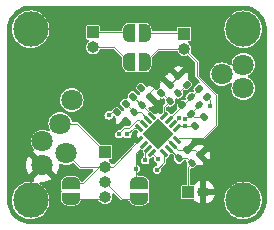
<source format=gbr>
%TF.GenerationSoftware,KiCad,Pcbnew,7.0.2-6a45011f42~172~ubuntu22.04.1*%
%TF.CreationDate,2023-05-25T16:12:51+01:00*%
%TF.ProjectId,module_stspin250,6d6f6475-6c65-45f7-9374-7370696e3235,rev?*%
%TF.SameCoordinates,Original*%
%TF.FileFunction,Copper,L1,Top*%
%TF.FilePolarity,Positive*%
%FSLAX46Y46*%
G04 Gerber Fmt 4.6, Leading zero omitted, Abs format (unit mm)*
G04 Created by KiCad (PCBNEW 7.0.2-6a45011f42~172~ubuntu22.04.1) date 2023-05-25 16:12:51*
%MOMM*%
%LPD*%
G01*
G04 APERTURE LIST*
G04 Aperture macros list*
%AMRoundRect*
0 Rectangle with rounded corners*
0 $1 Rounding radius*
0 $2 $3 $4 $5 $6 $7 $8 $9 X,Y pos of 4 corners*
0 Add a 4 corners polygon primitive as box body*
4,1,4,$2,$3,$4,$5,$6,$7,$8,$9,$2,$3,0*
0 Add four circle primitives for the rounded corners*
1,1,$1+$1,$2,$3*
1,1,$1+$1,$4,$5*
1,1,$1+$1,$6,$7*
1,1,$1+$1,$8,$9*
0 Add four rect primitives between the rounded corners*
20,1,$1+$1,$2,$3,$4,$5,0*
20,1,$1+$1,$4,$5,$6,$7,0*
20,1,$1+$1,$6,$7,$8,$9,0*
20,1,$1+$1,$8,$9,$2,$3,0*%
%AMRotRect*
0 Rectangle, with rotation*
0 The origin of the aperture is its center*
0 $1 length*
0 $2 width*
0 $3 Rotation angle, in degrees counterclockwise*
0 Add horizontal line*
21,1,$1,$2,0,0,$3*%
%AMFreePoly0*
4,1,19,0.500000,-0.750000,0.000000,-0.750000,0.000000,-0.744911,-0.071157,-0.744911,-0.207708,-0.704816,-0.327430,-0.627875,-0.420627,-0.520320,-0.479746,-0.390866,-0.500000,-0.250000,-0.500000,0.250000,-0.479746,0.390866,-0.420627,0.520320,-0.327430,0.627875,-0.207708,0.704816,-0.071157,0.744911,0.000000,0.744911,0.000000,0.750000,0.500000,0.750000,0.500000,-0.750000,0.500000,-0.750000,
$1*%
%AMFreePoly1*
4,1,19,0.000000,0.744911,0.071157,0.744911,0.207708,0.704816,0.327430,0.627875,0.420627,0.520320,0.479746,0.390866,0.500000,0.250000,0.500000,-0.250000,0.479746,-0.390866,0.420627,-0.520320,0.327430,-0.627875,0.207708,-0.704816,0.071157,-0.744911,0.000000,-0.744911,0.000000,-0.750000,-0.500000,-0.750000,-0.500000,0.750000,0.000000,0.750000,0.000000,0.744911,0.000000,0.744911,
$1*%
G04 Aperture macros list end*
%TA.AperFunction,ComponentPad*%
%ADD10R,1.000000X1.000000*%
%TD*%
%TA.AperFunction,ComponentPad*%
%ADD11O,1.000000X1.000000*%
%TD*%
%TA.AperFunction,SMDPad,CuDef*%
%ADD12RoundRect,0.135000X0.226274X0.035355X0.035355X0.226274X-0.226274X-0.035355X-0.035355X-0.226274X0*%
%TD*%
%TA.AperFunction,SMDPad,CuDef*%
%ADD13FreePoly0,0.000000*%
%TD*%
%TA.AperFunction,SMDPad,CuDef*%
%ADD14FreePoly1,0.000000*%
%TD*%
%TA.AperFunction,SMDPad,CuDef*%
%ADD15RoundRect,0.135000X0.035355X-0.226274X0.226274X-0.035355X-0.035355X0.226274X-0.226274X0.035355X0*%
%TD*%
%TA.AperFunction,ComponentPad*%
%ADD16C,1.800000*%
%TD*%
%TA.AperFunction,SMDPad,CuDef*%
%ADD17RoundRect,0.140000X-0.021213X0.219203X-0.219203X0.021213X0.021213X-0.219203X0.219203X-0.021213X0*%
%TD*%
%TA.AperFunction,SMDPad,CuDef*%
%ADD18C,1.000000*%
%TD*%
%TA.AperFunction,SMDPad,CuDef*%
%ADD19FreePoly0,270.000000*%
%TD*%
%TA.AperFunction,SMDPad,CuDef*%
%ADD20FreePoly1,270.000000*%
%TD*%
%TA.AperFunction,SMDPad,CuDef*%
%ADD21RoundRect,0.140000X0.021213X-0.219203X0.219203X-0.021213X-0.021213X0.219203X-0.219203X0.021213X0*%
%TD*%
%TA.AperFunction,SMDPad,CuDef*%
%ADD22C,3.000000*%
%TD*%
%TA.AperFunction,SMDPad,CuDef*%
%ADD23RoundRect,0.135000X-0.226274X-0.035355X-0.035355X-0.226274X0.226274X0.035355X0.035355X0.226274X0*%
%TD*%
%TA.AperFunction,SMDPad,CuDef*%
%ADD24RoundRect,0.062500X-0.185616X-0.274004X0.274004X0.185616X0.185616X0.274004X-0.274004X-0.185616X0*%
%TD*%
%TA.AperFunction,SMDPad,CuDef*%
%ADD25RoundRect,0.062500X0.185616X-0.274004X0.274004X-0.185616X-0.185616X0.274004X-0.274004X0.185616X0*%
%TD*%
%TA.AperFunction,SMDPad,CuDef*%
%ADD26RotRect,1.800000X1.800000X45.000000*%
%TD*%
%TA.AperFunction,SMDPad,CuDef*%
%ADD27RoundRect,0.140000X-0.219203X-0.021213X-0.021213X-0.219203X0.219203X0.021213X0.021213X0.219203X0*%
%TD*%
%TA.AperFunction,SMDPad,CuDef*%
%ADD28RoundRect,0.135000X-0.035355X0.226274X-0.226274X0.035355X0.035355X-0.226274X0.226274X-0.035355X0*%
%TD*%
%TA.AperFunction,ViaPad*%
%ADD29C,0.400000*%
%TD*%
%TA.AperFunction,Conductor*%
%ADD30C,0.100000*%
%TD*%
G04 APERTURE END LIST*
D10*
%TO.P,J4,1,Pin_1*%
%TO.N,VCC*%
X15350000Y2700000D03*
D11*
%TO.P,J4,2,Pin_2*%
%TO.N,GND*%
X16620000Y2700000D03*
%TD*%
D12*
%TO.P,R4,1*%
%TO.N,Net-(C1-Pad2)*%
X15202395Y11785310D03*
%TO.P,R4,2*%
%TO.N,GND*%
X14481147Y12506558D03*
%TD*%
D13*
%TO.P,JP2,1,A*%
%TO.N,OUTA2*%
X10350000Y13700000D03*
D14*
%TO.P,JP2,2,B*%
%TO.N,OUTB2*%
X11650000Y13700000D03*
%TD*%
D15*
%TO.P,R5,1*%
%TO.N,VCC*%
X9319267Y9451858D03*
%TO.P,R5,2*%
%TO.N,Net-(U1-STBY{slash}RESET)*%
X10040515Y10173106D03*
%TD*%
D16*
%TO.P,J5,1,Pin_1*%
%TO.N,PWMA*%
X4500000Y8500000D03*
%TD*%
D13*
%TO.P,JP1,1,A*%
%TO.N,OUTA1*%
X10350000Y16200000D03*
D14*
%TO.P,JP1,2,B*%
%TO.N,OUTB1*%
X11650000Y16200000D03*
%TD*%
D17*
%TO.P,C4,1*%
%TO.N,GND*%
X15239411Y6239411D03*
%TO.P,C4,2*%
%TO.N,VCC*%
X14560589Y5560589D03*
%TD*%
D16*
%TO.P,J9,1,Pin_1*%
%TO.N,unconnected-(J9-Pin_1-Pad1)*%
X20000000Y13500000D03*
%TD*%
%TO.P,J7,1,Pin_1*%
%TO.N,+3.3V*%
X5500000Y10500000D03*
%TD*%
D12*
%TO.P,R1,1*%
%TO.N,VCC*%
X16960624Y10739376D03*
%TO.P,R1,2*%
%TO.N,Net-(U1-REF)*%
X16239376Y11460624D03*
%TD*%
D18*
%TO.P,TP12,1,1*%
%TO.N,+3.3V*%
X5500000Y10500000D03*
%TD*%
D15*
%TO.P,R3,1*%
%TO.N,Net-(U1-TOFF)*%
X13066933Y11078203D03*
%TO.P,R3,2*%
%TO.N,GND*%
X13788181Y11799451D03*
%TD*%
D18*
%TO.P,TP10,1,1*%
%TO.N,GND*%
X3000000Y5000000D03*
%TD*%
D16*
%TO.P,J8,1,Pin_1*%
%TO.N,GND*%
X3000000Y5000000D03*
%TD*%
D15*
%TO.P,R2,1*%
%TO.N,/SENSE*%
X15959000Y8327558D03*
%TO.P,R2,2*%
%TO.N,GND*%
X16680248Y9048806D03*
%TD*%
D19*
%TO.P,JP4,1,A*%
%TO.N,PWMA*%
X11200000Y3450000D03*
D20*
%TO.P,JP4,2,B*%
%TO.N,PWMB*%
X11200000Y2150000D03*
%TD*%
D16*
%TO.P,J9,1,Pin_1*%
%TO.N,unconnected-(J9-Pin_1-Pad1)*%
X20000000Y11500000D03*
%TD*%
D21*
%TO.P,C3,1*%
%TO.N,FAULT*%
X11391090Y10109467D03*
%TO.P,C3,2*%
%TO.N,GND*%
X12069912Y10788289D03*
%TD*%
D22*
%TO.P,I4,1,conn*%
%TO.N,unconnected-(I4-conn-Pad1)*%
X2000000Y16500000D03*
%TD*%
D19*
%TO.P,JP3,1,A*%
%TO.N,PHA*%
X5400000Y3450000D03*
D20*
%TO.P,JP3,2,B*%
%TO.N,PHB*%
X5400000Y2150000D03*
%TD*%
D10*
%TO.P,J1,1,Pin_1*%
%TO.N,OUTB1*%
X15000000Y16100000D03*
D11*
%TO.P,J1,2,Pin_2*%
%TO.N,OUTB2*%
X15000000Y14830000D03*
%TD*%
D23*
%TO.P,R7,1*%
%TO.N,Net-(U1-REF)*%
X14839376Y10060624D03*
%TO.P,R7,2*%
%TO.N,GND*%
X15560624Y9339376D03*
%TD*%
D16*
%TO.P,J10,1,Pin_1*%
%TO.N,unconnected-(J10-Pin_1-Pad1)*%
X18200000Y12700000D03*
%TD*%
%TO.P,J11,1,Pin_1*%
%TO.N,unconnected-(J11-Pin_1-Pad1)*%
X3000000Y7000000D03*
%TD*%
D22*
%TO.P,I2,1,conn*%
%TO.N,unconnected-(I2-conn-Pad1)*%
X20000000Y2000000D03*
%TD*%
D10*
%TO.P,J3,1,Pin_1*%
%TO.N,PWMA*%
X8300000Y6100000D03*
D11*
%TO.P,J3,2,Pin_2*%
%TO.N,PHA*%
X8300000Y4830000D03*
%TO.P,J3,3,Pin_3*%
%TO.N,PWMB*%
X8300000Y3560000D03*
%TO.P,J3,4,Pin_4*%
%TO.N,PHB*%
X8300000Y2290000D03*
%TD*%
D24*
%TO.P,U1,1,PHA*%
%TO.N,PHA*%
X11217849Y7078509D03*
%TO.P,U1,2,PWMA*%
%TO.N,PWMA*%
X11571402Y6724955D03*
%TO.P,U1,3,OUTA1*%
%TO.N,OUTA1*%
X11924955Y6371402D03*
%TO.P,U1,4,SENSEA*%
%TO.N,/SENSE*%
X12278509Y6017849D03*
D25*
%TO.P,U1,5,OUTA2*%
%TO.N,OUTA2*%
X13321491Y6017849D03*
%TO.P,U1,6,VS*%
%TO.N,VCC*%
X13675045Y6371402D03*
%TO.P,U1,7,GND*%
%TO.N,GND*%
X14028598Y6724955D03*
%TO.P,U1,8,OUTB2*%
%TO.N,OUTB2*%
X14382151Y7078509D03*
D24*
%TO.P,U1,9,SENSEB*%
%TO.N,/SENSE*%
X14382151Y8121491D03*
%TO.P,U1,10,OUTB1*%
%TO.N,OUTB1*%
X14028598Y8475045D03*
%TO.P,U1,11,REF*%
%TO.N,Net-(U1-REF)*%
X13675045Y8828598D03*
%TO.P,U1,12,TOFF*%
%TO.N,Net-(U1-TOFF)*%
X13321491Y9182151D03*
D25*
%TO.P,U1,13,EN/FLT*%
%TO.N,FAULT*%
X12278509Y9182151D03*
%TO.P,U1,14,STBY/RESET*%
%TO.N,Net-(U1-STBY{slash}RESET)*%
X11924955Y8828598D03*
%TO.P,U1,15,PHB*%
%TO.N,PHB*%
X11571402Y8475045D03*
%TO.P,U1,16,PWMB*%
%TO.N,PWMB*%
X11217849Y8121491D03*
D26*
%TO.P,U1,17,EPAD*%
%TO.N,GND*%
X12800000Y7600000D03*
%TD*%
D17*
%TO.P,C5,1*%
%TO.N,GND*%
X16339411Y5839411D03*
%TO.P,C5,2*%
%TO.N,VCC*%
X15660589Y5160589D03*
%TD*%
D27*
%TO.P,C6,1*%
%TO.N,Net-(U1-REF)*%
X15560589Y10739411D03*
%TO.P,C6,2*%
%TO.N,GND*%
X16239411Y10060589D03*
%TD*%
D28*
%TO.P,R6,1*%
%TO.N,EN*%
X11384018Y11516608D03*
%TO.P,R6,2*%
%TO.N,FAULT*%
X10662770Y10795360D03*
%TD*%
D21*
%TO.P,C1,1*%
%TO.N,Net-(U1-TOFF)*%
X13795253Y10392309D03*
%TO.P,C1,2*%
%TO.N,Net-(C1-Pad2)*%
X14474075Y11071131D03*
%TD*%
D10*
%TO.P,J2,1,Pin_1*%
%TO.N,OUTA1*%
X7250000Y16220000D03*
D11*
%TO.P,J2,2,Pin_2*%
%TO.N,OUTA2*%
X7250000Y14950000D03*
%TD*%
D17*
%TO.P,C2,1*%
%TO.N,Net-(U1-STBY{slash}RESET)*%
X10726409Y9444786D03*
%TO.P,C2,2*%
%TO.N,GND*%
X10047587Y8765964D03*
%TD*%
D22*
%TO.P,I3,1,conn*%
%TO.N,unconnected-(I3-conn-Pad1)*%
X20000000Y16500000D03*
%TD*%
D16*
%TO.P,J6,1,Pin_1*%
%TO.N,PHA*%
X5000000Y6000000D03*
%TD*%
D22*
%TO.P,I1,1,conn*%
%TO.N,unconnected-(I1-conn-Pad1)*%
X2000000Y2000000D03*
%TD*%
D29*
%TO.N,GND*%
X12800000Y6900000D03*
X15100000Y8900000D03*
X12100000Y7600000D03*
X13500000Y7600000D03*
X12800000Y8300000D03*
X12800000Y7600000D03*
%TO.N,VCC*%
X8600000Y9200000D03*
X17200000Y10000000D03*
%TO.N,OUTA1*%
X11700000Y5400000D03*
%TO.N,OUTB1*%
X14600000Y9000000D03*
%TO.N,OUTA2*%
X12700000Y4600000D03*
%TO.N,PWMB*%
X10200000Y7600000D03*
%TO.N,PWMA*%
X10900000Y4700000D03*
%TO.N,PHB*%
X9500000Y7600000D03*
%TO.N,/SENSE*%
X12800000Y5500000D03*
X15100000Y8327558D03*
%TD*%
D30*
%TO.N,GND*%
X15239411Y6239411D02*
X15939411Y6239411D01*
X12800000Y7600000D02*
X12800000Y6900000D01*
X16620000Y2700000D02*
X16620000Y5558822D01*
X15239411Y6239411D02*
X14514142Y6239411D01*
X15560624Y9339376D02*
X15539376Y9339376D01*
X14514142Y6239411D02*
X14028598Y6724955D01*
X15539376Y9339376D02*
X15100000Y8900000D01*
X12800000Y7600000D02*
X12100000Y7600000D01*
X14481147Y12506558D02*
X14481147Y12492417D01*
X15939411Y6239411D02*
X16339411Y5839411D01*
X16620000Y5558822D02*
X16339411Y5839411D01*
X15851194Y9048806D02*
X15560624Y9339376D01*
X14028598Y6724955D02*
X13153553Y7600000D01*
X13100000Y12200000D02*
X13387632Y12200000D01*
X15560624Y9381802D02*
X16239411Y10060589D01*
X16680248Y9048806D02*
X15851194Y9048806D01*
X14481147Y12492417D02*
X13788181Y11799451D01*
X15560624Y9339376D02*
X15560624Y9381802D01*
X12069912Y10788289D02*
X12069912Y11169912D01*
X12800000Y7600000D02*
X12800000Y8300000D01*
X12069912Y11169912D02*
X13100000Y12200000D01*
X13153553Y7600000D02*
X12800000Y7600000D01*
X13387632Y12200000D02*
X13788181Y11799451D01*
X12800000Y7600000D02*
X13500000Y7600000D01*
%TO.N,Net-(U1-TOFF)*%
X13321491Y9182151D02*
X13321491Y9918547D01*
X13795253Y10392309D02*
X13109359Y11078203D01*
X13321491Y9918547D02*
X13795253Y10392309D01*
X13109359Y11078203D02*
X13066933Y11078203D01*
%TO.N,Net-(C1-Pad2)*%
X15188254Y11785310D02*
X14474075Y11071131D01*
X15202395Y11785310D02*
X15188254Y11785310D01*
%TO.N,Net-(U1-STBY{slash}RESET)*%
X10040515Y10173106D02*
X10040515Y10130680D01*
X10040515Y10130680D02*
X10726409Y9444786D01*
X11924955Y8828598D02*
X11308767Y9444786D01*
X11308767Y9444786D02*
X10726409Y9444786D01*
%TO.N,FAULT*%
X12278509Y9222048D02*
X11391090Y10109467D01*
X10662770Y10795360D02*
X10705197Y10795360D01*
X12278509Y9182151D02*
X12278509Y9222048D01*
X10705197Y10795360D02*
X11391090Y10109467D01*
%TO.N,VCC*%
X8851858Y9451858D02*
X8600000Y9200000D01*
X16960624Y10739376D02*
X17200000Y10500000D01*
X13749776Y6371402D02*
X13675045Y6371402D01*
X9319267Y9451858D02*
X8851858Y9451858D01*
X15350000Y2700000D02*
X15350000Y4850000D01*
X15260589Y5560589D02*
X15660589Y5160589D01*
X14560589Y5560589D02*
X13749776Y6371402D01*
X17200000Y10500000D02*
X17200000Y10000000D01*
X14560589Y5560589D02*
X15260589Y5560589D01*
X15350000Y4850000D02*
X15660589Y5160589D01*
%TO.N,Net-(U1-REF)*%
X14839376Y10060624D02*
X14881802Y10060624D01*
X14881802Y10060624D02*
X15560589Y10739411D01*
X15560589Y10739411D02*
X15560589Y10781837D01*
X14839376Y10036359D02*
X14839376Y10060624D01*
X15560589Y10781837D02*
X16239376Y11460624D01*
X13675045Y8828598D02*
X13675045Y8872028D01*
X13675045Y8872028D02*
X14839376Y10036359D01*
%TO.N,OUTA1*%
X11700000Y6146447D02*
X11700000Y5400000D01*
X7250000Y16220000D02*
X10330000Y16220000D01*
X11924955Y6371402D02*
X11700000Y6146447D01*
X10330000Y16220000D02*
X10350000Y16200000D01*
%TO.N,OUTB1*%
X11650000Y16200000D02*
X14900000Y16200000D01*
X14028598Y8475045D02*
X14075045Y8475045D01*
X14075045Y8475045D02*
X14600000Y9000000D01*
X14900000Y16200000D02*
X15000000Y16100000D01*
%TO.N,OUTA2*%
X13321491Y5221491D02*
X12700000Y4600000D01*
X13321491Y6017849D02*
X13321491Y5221491D01*
X7250000Y14950000D02*
X9100000Y14950000D01*
X9100000Y14950000D02*
X10350000Y13700000D01*
%TO.N,OUTB2*%
X17700000Y10900000D02*
X17700000Y8400000D01*
X16100000Y12500000D02*
X17700000Y10900000D01*
X16100000Y13730000D02*
X16100000Y12500000D01*
X15000000Y14830000D02*
X12780000Y14830000D01*
X14603642Y7300000D02*
X14382151Y7078509D01*
X12780000Y14830000D02*
X11650000Y13700000D01*
X17700000Y8400000D02*
X16600000Y7300000D01*
X16600000Y7300000D02*
X14603642Y7300000D01*
X15000000Y14830000D02*
X16100000Y13730000D01*
%TO.N,PHA*%
X7830000Y4830000D02*
X8300000Y4830000D01*
X8300000Y4830000D02*
X8969340Y4830000D01*
X5400000Y3450000D02*
X6450000Y3450000D01*
X6450000Y3450000D02*
X7830000Y4830000D01*
X6170000Y4830000D02*
X8300000Y4830000D01*
X8969340Y4830000D02*
X11217849Y7078509D01*
X5000000Y6000000D02*
X6170000Y4830000D01*
%TO.N,PWMB*%
X11200000Y2150000D02*
X9710000Y2150000D01*
X10721491Y8121491D02*
X10200000Y7600000D01*
X9710000Y2150000D02*
X8300000Y3560000D01*
X11217849Y8121491D02*
X10721491Y8121491D01*
%TO.N,PWMA*%
X10900000Y3750000D02*
X10900000Y4700000D01*
X10900000Y6053553D02*
X11571402Y6724955D01*
X10900000Y4700000D02*
X10900000Y6053553D01*
X4500000Y8500000D02*
X5900000Y8500000D01*
X5900000Y8500000D02*
X8300000Y6100000D01*
X11200000Y3450000D02*
X10900000Y3750000D01*
%TO.N,PHB*%
X11571402Y8475045D02*
X11524955Y8475045D01*
X11000000Y8800000D02*
X10700000Y8500000D01*
X11524955Y8475045D02*
X11200000Y8800000D01*
X11200000Y8800000D02*
X11000000Y8800000D01*
X8160000Y2150000D02*
X8300000Y2290000D01*
X10700000Y8500000D02*
X10300000Y8100000D01*
X5400000Y2150000D02*
X8160000Y2150000D01*
X9500000Y7700000D02*
X9500000Y7600000D01*
X9900000Y8100000D02*
X9500000Y7700000D01*
X10300000Y8100000D02*
X9900000Y8100000D01*
%TO.N,/SENSE*%
X15959000Y8327558D02*
X14588218Y8327558D01*
X14588218Y8327558D02*
X14382151Y8121491D01*
X12282151Y6017849D02*
X12800000Y5500000D01*
X12278509Y6017849D02*
X12282151Y6017849D01*
X15100000Y8327558D02*
X14588218Y8327558D01*
%TD*%
%TA.AperFunction,Conductor*%
%TO.N,GND*%
G36*
X12113246Y11082663D02*
G01*
X12157593Y11054162D01*
X12815560Y10396195D01*
X12888901Y10529602D01*
X12892656Y10544225D01*
X12928393Y10604264D01*
X12990916Y10635451D01*
X13036949Y10635008D01*
X13102288Y10622010D01*
X13190274Y10639512D01*
X13190275Y10639513D01*
X13212035Y10643841D01*
X13281627Y10637614D01*
X13336804Y10594751D01*
X13360049Y10528862D01*
X13357844Y10498033D01*
X13344118Y10429027D01*
X13341034Y10413522D01*
X13344932Y10393928D01*
X13358924Y10323586D01*
X13370043Y10306944D01*
X13390919Y10240266D01*
X13372433Y10172886D01*
X13354621Y10150376D01*
X13248764Y10044517D01*
X13195521Y9991275D01*
X13195521Y9991274D01*
X13194787Y9988535D01*
X13182406Y9958647D01*
X13180992Y9956199D01*
X13180991Y9956193D01*
X13180991Y9441421D01*
X13161306Y9374382D01*
X13108502Y9328627D01*
X13039344Y9318683D01*
X13005479Y9328627D01*
X12942315Y9357474D01*
X12799999Y9377935D01*
X12657684Y9357474D01*
X12564559Y9314944D01*
X12495400Y9305000D01*
X12431844Y9334025D01*
X12425366Y9340057D01*
X12190427Y9574996D01*
X12152591Y9600278D01*
X12122552Y9606253D01*
X12060642Y9638640D01*
X12059065Y9640189D01*
X11981849Y9717405D01*
X11948364Y9778728D01*
X11953348Y9848420D01*
X11995220Y9904353D01*
X12060684Y9928770D01*
X12069530Y9929086D01*
X12171978Y9929086D01*
X12328597Y9969299D01*
X12462006Y10042641D01*
X11804039Y10700608D01*
X11770554Y10761931D01*
X11775538Y10831622D01*
X11804039Y10875970D01*
X11982231Y11054162D01*
X12043554Y11087647D01*
X12113246Y11082663D01*
G37*
%TD.AperFunction*%
%TA.AperFunction,Conductor*%
G36*
X20004041Y18489236D02*
G01*
X20027062Y18487728D01*
X20251587Y18473012D01*
X20267647Y18470897D01*
X20506955Y18423296D01*
X20522606Y18419102D01*
X20753656Y18340671D01*
X20768634Y18334467D01*
X20987460Y18226554D01*
X21001506Y18218444D01*
X21204372Y18082894D01*
X21217241Y18073020D01*
X21400678Y17912149D01*
X21412147Y17900680D01*
X21573018Y17717243D01*
X21582892Y17704374D01*
X21718442Y17501508D01*
X21726552Y17487462D01*
X21834465Y17268637D01*
X21840672Y17253652D01*
X21913694Y17038535D01*
X21919097Y17022620D01*
X21923295Y17006952D01*
X21970894Y16767654D01*
X21973011Y16751574D01*
X21989233Y16504092D01*
X21989499Y16495981D01*
X21989499Y2004052D01*
X21989234Y1995942D01*
X21973011Y1748423D01*
X21970893Y1732341D01*
X21923294Y1493049D01*
X21919096Y1477383D01*
X21840671Y1246350D01*
X21834464Y1231364D01*
X21726552Y1012540D01*
X21718442Y998493D01*
X21582891Y795627D01*
X21573017Y782759D01*
X21412147Y599322D01*
X21400678Y587853D01*
X21217241Y426983D01*
X21204373Y417109D01*
X21001507Y281558D01*
X20987460Y273448D01*
X20768636Y165536D01*
X20753650Y159329D01*
X20522617Y80904D01*
X20506951Y76706D01*
X20267659Y29107D01*
X20251577Y26989D01*
X20004043Y10765D01*
X19995933Y10500D01*
X2004067Y10500D01*
X1995957Y10765D01*
X1748422Y26989D01*
X1732340Y29107D01*
X1493048Y76706D01*
X1477382Y80904D01*
X1246349Y159329D01*
X1231363Y165536D01*
X1012539Y273448D01*
X998492Y281558D01*
X814374Y404582D01*
X795625Y417110D01*
X782758Y426983D01*
X599321Y587853D01*
X587852Y599322D01*
X426982Y782759D01*
X417108Y795627D01*
X360311Y880629D01*
X281557Y998493D01*
X273447Y1012540D01*
X225942Y1108871D01*
X165532Y1231371D01*
X159331Y1246343D01*
X80900Y1477394D01*
X76708Y1493037D01*
X29104Y1732353D01*
X26989Y1748414D01*
X10765Y1995958D01*
X10633Y2000000D01*
X404582Y2000000D01*
X406218Y1979213D01*
X424224Y1750421D01*
X482666Y1506989D01*
X543082Y1361134D01*
X578472Y1275695D01*
X709280Y1062237D01*
X871869Y871869D01*
X1062237Y709280D01*
X1275695Y578472D01*
X1446572Y507693D01*
X1506988Y482667D01*
X1583894Y464204D01*
X1750422Y424224D01*
X2000000Y404582D01*
X2249578Y424224D01*
X2493011Y482667D01*
X2724305Y578472D01*
X2937763Y709280D01*
X3128131Y871869D01*
X3290720Y1062237D01*
X3421528Y1275695D01*
X3517333Y1506989D01*
X3575776Y1750422D01*
X3595418Y2000000D01*
X3575776Y2249578D01*
X3529063Y2444151D01*
X3517333Y2493012D01*
X3479752Y2583739D01*
X3421528Y2724305D01*
X3290720Y2937763D01*
X3128131Y3128131D01*
X2937763Y3290720D01*
X2891492Y3319075D01*
X2807577Y3370499D01*
X2760702Y3422311D01*
X2749279Y3491241D01*
X2776937Y3555403D01*
X2834892Y3594428D01*
X2873718Y3597176D01*
X2873718Y3600000D01*
X3116007Y3600000D01*
X3344859Y3638189D01*
X3564296Y3713522D01*
X3768353Y3823952D01*
X3798798Y3847649D01*
X3209220Y4437227D01*
X3302588Y4475901D01*
X3427925Y4572075D01*
X3524099Y4697411D01*
X3562773Y4790780D01*
X4151186Y4202366D01*
X4235483Y4331393D01*
X4328680Y4543862D01*
X4385638Y4768783D01*
X4404688Y4998670D01*
X4429841Y5063855D01*
X4486243Y5105093D01*
X4555986Y5109291D01*
X4586715Y5097789D01*
X4619118Y5080469D01*
X4805828Y5023831D01*
X5000000Y5004707D01*
X5194172Y5023831D01*
X5380882Y5080469D01*
X5521315Y5155533D01*
X5589716Y5169774D01*
X5654960Y5144774D01*
X5667448Y5133855D01*
X6097271Y4704032D01*
X6097272Y4704031D01*
X6099999Y4703301D01*
X6129902Y4690915D01*
X6132353Y4689500D01*
X6151504Y4689500D01*
X7191441Y4689500D01*
X7258480Y4669815D01*
X7304235Y4617011D01*
X7314179Y4547853D01*
X7285154Y4484297D01*
X7279122Y4477819D01*
X6428122Y3626819D01*
X6366799Y3593334D01*
X6340441Y3590500D01*
X6318848Y3590500D01*
X6251809Y3610185D01*
X6206054Y3662989D01*
X6199871Y3679565D01*
X6198029Y3685837D01*
X6198028Y3685840D01*
X6187118Y3709730D01*
X6113716Y3823947D01*
X6109383Y3830689D01*
X6092190Y3850529D01*
X6092186Y3850534D01*
X5983525Y3944688D01*
X5961432Y3958886D01*
X5830647Y4018614D01*
X5815924Y4022938D01*
X5805448Y4026014D01*
X5758008Y4032835D01*
X5663132Y4046476D01*
X5636868Y4046476D01*
X5616413Y4043535D01*
X5598766Y4042273D01*
X5201234Y4042273D01*
X5183587Y4043535D01*
X5163132Y4046476D01*
X5136868Y4046476D01*
X5065710Y4036245D01*
X4994551Y4026014D01*
X4969350Y4018613D01*
X4838572Y3958888D01*
X4838568Y3958886D01*
X4816475Y3944688D01*
X4707814Y3850534D01*
X4707811Y3850532D01*
X4707809Y3850529D01*
X4690616Y3830689D01*
X4612882Y3709730D01*
X4601970Y3685837D01*
X4561465Y3547888D01*
X4557727Y3521889D01*
X4557727Y2950000D01*
X4564750Y2914691D01*
X4564750Y2914690D01*
X4564751Y2914689D01*
X4584753Y2884753D01*
X4595353Y2868889D01*
X4616229Y2802211D01*
X4597743Y2734831D01*
X4595353Y2731111D01*
X4564750Y2685310D01*
X4557727Y2650001D01*
X4557727Y2078112D01*
X4561465Y2052113D01*
X4601970Y1914164D01*
X4601972Y1914160D01*
X4612882Y1890270D01*
X4629439Y1864507D01*
X4690616Y1769312D01*
X4705754Y1751844D01*
X4707814Y1749466D01*
X4816475Y1655312D01*
X4838568Y1641114D01*
X4969353Y1581386D01*
X4994553Y1573986D01*
X5136868Y1553524D01*
X5136870Y1553524D01*
X5163132Y1553524D01*
X5183587Y1556466D01*
X5201234Y1557727D01*
X5598766Y1557727D01*
X5616412Y1556466D01*
X5636868Y1553524D01*
X5663130Y1553524D01*
X5663132Y1553524D01*
X5805447Y1573986D01*
X5830647Y1581386D01*
X5961432Y1641114D01*
X5983525Y1655312D01*
X6092186Y1749466D01*
X6109386Y1769316D01*
X6187118Y1890270D01*
X6198028Y1914160D01*
X6198493Y1915747D01*
X6199871Y1920435D01*
X6237645Y1979213D01*
X6301201Y2008238D01*
X6318848Y2009500D01*
X7709777Y2009500D01*
X7776816Y1989815D01*
X7808153Y1960986D01*
X7862415Y1890270D01*
X7878851Y1868851D01*
X8002202Y1774200D01*
X8145849Y1714699D01*
X8300000Y1694405D01*
X8454151Y1714699D01*
X8597798Y1774200D01*
X8721149Y1868851D01*
X8815800Y1992202D01*
X8875301Y2135849D01*
X8895595Y2290000D01*
X8875301Y2444151D01*
X8872135Y2451793D01*
X8864667Y2521259D01*
X8895941Y2583739D01*
X8956030Y2619392D01*
X9025855Y2616899D01*
X9074378Y2586925D01*
X9637271Y2024032D01*
X9637272Y2024031D01*
X9639999Y2023301D01*
X9669902Y2010915D01*
X9672353Y2009500D01*
X9691504Y2009500D01*
X10281152Y2009500D01*
X10348191Y1989815D01*
X10393946Y1937011D01*
X10400129Y1920435D01*
X10401970Y1914164D01*
X10401972Y1914160D01*
X10412882Y1890270D01*
X10429439Y1864507D01*
X10490616Y1769312D01*
X10505754Y1751844D01*
X10507814Y1749466D01*
X10616475Y1655312D01*
X10638568Y1641114D01*
X10769353Y1581386D01*
X10794553Y1573986D01*
X10936868Y1553524D01*
X10936870Y1553524D01*
X10963132Y1553524D01*
X10983587Y1556466D01*
X11001234Y1557727D01*
X11398766Y1557727D01*
X11416412Y1556466D01*
X11436868Y1553524D01*
X11463130Y1553524D01*
X11463132Y1553524D01*
X11605447Y1573986D01*
X11630647Y1581386D01*
X11761432Y1641114D01*
X11783525Y1655312D01*
X11892186Y1749466D01*
X11909386Y1769316D01*
X11987118Y1890270D01*
X11998028Y1914160D01*
X12038535Y2052115D01*
X12042273Y2078111D01*
X12042273Y2650000D01*
X12035249Y2685311D01*
X12015247Y2715247D01*
X12004647Y2731112D01*
X11983770Y2797790D01*
X12002256Y2865170D01*
X12004648Y2868891D01*
X12015245Y2884753D01*
X12015247Y2884753D01*
X12035249Y2914689D01*
X12042273Y2950000D01*
X12042273Y3521889D01*
X12038535Y3547885D01*
X12002925Y3669161D01*
X11998029Y3685837D01*
X11998028Y3685840D01*
X11987118Y3709730D01*
X11913716Y3823947D01*
X11909383Y3830689D01*
X11892190Y3850529D01*
X11892186Y3850534D01*
X11783525Y3944688D01*
X11761432Y3958886D01*
X11630647Y4018614D01*
X11615924Y4022938D01*
X11605448Y4026014D01*
X11558008Y4032835D01*
X11463132Y4046476D01*
X11436868Y4046476D01*
X11416413Y4043535D01*
X11398766Y4042273D01*
X11164500Y4042273D01*
X11097461Y4061958D01*
X11051706Y4114762D01*
X11040500Y4166273D01*
X11040500Y4302226D01*
X11060185Y4369265D01*
X11108205Y4412711D01*
X11108587Y4412905D01*
X11187095Y4491413D01*
X11237500Y4590339D01*
X11254869Y4700000D01*
X11254230Y4704032D01*
X11237500Y4809661D01*
X11187095Y4908588D01*
X11108587Y4987096D01*
X11108204Y4987291D01*
X11057409Y5035265D01*
X11040500Y5097775D01*
X11040500Y5943995D01*
X11060185Y6011034D01*
X11076815Y6031672D01*
X11287110Y6241968D01*
X11348431Y6275451D01*
X11418122Y6270467D01*
X11474056Y6228596D01*
X11496406Y6178480D01*
X11506828Y6126090D01*
X11506829Y6126089D01*
X11532111Y6088252D01*
X11532113Y6088250D01*
X11538601Y6078541D01*
X11559480Y6011864D01*
X11559500Y6009648D01*
X11559500Y5797775D01*
X11539815Y5730736D01*
X11491796Y5687291D01*
X11491412Y5687096D01*
X11412904Y5608588D01*
X11362499Y5509661D01*
X11345130Y5400000D01*
X11362499Y5290340D01*
X11412904Y5191413D01*
X11491412Y5112905D01*
X11590339Y5062500D01*
X11699999Y5045131D01*
X11699999Y5045132D01*
X11700000Y5045131D01*
X11809661Y5062500D01*
X11908587Y5112905D01*
X11987095Y5191413D01*
X12037500Y5290339D01*
X12054869Y5400000D01*
X12045837Y5457023D01*
X12054791Y5526315D01*
X12099786Y5579768D01*
X12144114Y5598037D01*
X12152591Y5599723D01*
X12190428Y5625005D01*
X12245685Y5680263D01*
X12307004Y5713745D01*
X12376696Y5708761D01*
X12421096Y5680207D01*
X12421867Y5679436D01*
X12455310Y5618093D01*
X12456600Y5572416D01*
X12445130Y5500001D01*
X12462499Y5390340D01*
X12512904Y5291413D01*
X12591412Y5212905D01*
X12663458Y5176196D01*
X12714255Y5128222D01*
X12731050Y5060401D01*
X12708513Y4994266D01*
X12653798Y4950814D01*
X12626563Y4943238D01*
X12590338Y4937501D01*
X12491412Y4887096D01*
X12412904Y4808588D01*
X12362499Y4709661D01*
X12345130Y4600000D01*
X12362499Y4490340D01*
X12412904Y4391413D01*
X12491412Y4312905D01*
X12584019Y4265720D01*
X12590339Y4262500D01*
X12700000Y4245131D01*
X12809661Y4262500D01*
X12908587Y4312905D01*
X12987095Y4391413D01*
X13037500Y4490339D01*
X13054869Y4600000D01*
X13043399Y4672417D01*
X13052353Y4741709D01*
X13078186Y4779491D01*
X13433918Y5135221D01*
X13433917Y5135221D01*
X13447460Y5148763D01*
X13447460Y5148765D01*
X13451558Y5152862D01*
X13459492Y5174525D01*
X13461989Y5183842D01*
X13461991Y5183844D01*
X13461991Y5259138D01*
X13461990Y5477111D01*
X13481676Y5544149D01*
X13534480Y5589904D01*
X13561798Y5598727D01*
X13562433Y5598854D01*
X13566804Y5599723D01*
X13604641Y5625005D01*
X13714335Y5734699D01*
X13739617Y5772536D01*
X13751493Y5832233D01*
X13751492Y5832235D01*
X13753441Y5842028D01*
X13785827Y5903938D01*
X13846543Y5938512D01*
X13850866Y5939452D01*
X13860659Y5941401D01*
X13860661Y5941400D01*
X13886166Y5946474D01*
X13896095Y5948449D01*
X13965686Y5942222D01*
X14007968Y5914513D01*
X14102963Y5819518D01*
X14136448Y5758195D01*
X14131464Y5688503D01*
X14125134Y5676135D01*
X14106370Y5581803D01*
X14124259Y5491868D01*
X14124259Y5491867D01*
X14124260Y5491866D01*
X14162344Y5434868D01*
X14162345Y5434867D01*
X14162346Y5434866D01*
X14434867Y5162346D01*
X14491864Y5124261D01*
X14491866Y5124260D01*
X14581802Y5106370D01*
X14671738Y5124260D01*
X14728737Y5162344D01*
X14944225Y5377835D01*
X15005546Y5411318D01*
X15062742Y5410256D01*
X15128949Y5393257D01*
X15188987Y5357519D01*
X15220173Y5294995D01*
X15219729Y5248962D01*
X15208282Y5191413D01*
X15206370Y5181802D01*
X15217113Y5127797D01*
X15224260Y5091866D01*
X15235378Y5075226D01*
X15256255Y5008548D01*
X15237769Y4941169D01*
X15226319Y4926692D01*
X15224030Y4922727D01*
X15223296Y4919988D01*
X15210915Y4890100D01*
X15209501Y4887652D01*
X15209500Y4887646D01*
X15209500Y3414500D01*
X15189815Y3347461D01*
X15137011Y3301706D01*
X15085500Y3290500D01*
X14841086Y3290500D01*
X14814689Y3285250D01*
X14784753Y3265247D01*
X14764751Y3235312D01*
X14759500Y3208914D01*
X14759500Y2191087D01*
X14764750Y2164690D01*
X14764751Y2164689D01*
X14784753Y2134753D01*
X14814689Y2114751D01*
X14841087Y2109500D01*
X15752317Y2109501D01*
X15819356Y2089817D01*
X15848169Y2064167D01*
X15909471Y1989473D01*
X16061742Y1864507D01*
X16235463Y1771651D01*
X16370000Y1730840D01*
X16370000Y2492328D01*
X16407871Y2447195D01*
X16507129Y2389888D01*
X16591564Y2375000D01*
X16648436Y2375000D01*
X16732871Y2389888D01*
X16832129Y2447195D01*
X16834483Y2450000D01*
X16870000Y2450000D01*
X16870000Y1730841D01*
X17004536Y1771651D01*
X17178257Y1864507D01*
X17330527Y1989473D01*
X17339166Y2000000D01*
X18404582Y2000000D01*
X18406218Y1979213D01*
X18424224Y1750421D01*
X18482666Y1506989D01*
X18543082Y1361134D01*
X18578472Y1275695D01*
X18709280Y1062237D01*
X18871869Y871869D01*
X19062237Y709280D01*
X19275695Y578472D01*
X19446572Y507693D01*
X19506988Y482667D01*
X19583894Y464204D01*
X19750422Y424224D01*
X20000000Y404582D01*
X20249578Y424224D01*
X20493011Y482667D01*
X20724305Y578472D01*
X20937763Y709280D01*
X21128131Y871869D01*
X21290720Y1062237D01*
X21421528Y1275695D01*
X21517333Y1506989D01*
X21575776Y1750422D01*
X21595418Y2000000D01*
X21575776Y2249578D01*
X21529063Y2444151D01*
X21517333Y2493012D01*
X21479752Y2583739D01*
X21421528Y2724305D01*
X21290720Y2937763D01*
X21128131Y3128131D01*
X20937763Y3290720D01*
X20724305Y3421528D01*
X20638866Y3456918D01*
X20493011Y3517334D01*
X20249579Y3575776D01*
X20000000Y3595418D01*
X19750420Y3575776D01*
X19506988Y3517334D01*
X19300717Y3431893D01*
X19277586Y3422311D01*
X19275693Y3421527D01*
X19062238Y3290721D01*
X18871869Y3128131D01*
X18709279Y2937762D01*
X18578473Y2724307D01*
X18482666Y2493012D01*
X18424224Y2249580D01*
X18404582Y2000001D01*
X18404582Y2000000D01*
X17339166Y2000000D01*
X17455493Y2141743D01*
X17548350Y2315466D01*
X17589160Y2449999D01*
X17589160Y2450000D01*
X16870000Y2450000D01*
X16834483Y2450000D01*
X16905801Y2534993D01*
X16945000Y2642694D01*
X16945000Y2757306D01*
X16905801Y2865007D01*
X16832129Y2952805D01*
X16732871Y3010112D01*
X16648436Y3025000D01*
X16591564Y3025000D01*
X16507129Y3010112D01*
X16407871Y2952805D01*
X16370000Y2907673D01*
X16370000Y3669161D01*
X16870000Y3669161D01*
X16870000Y2950000D01*
X17589160Y2950000D01*
X17589160Y2950002D01*
X17548350Y3084535D01*
X17455493Y3258258D01*
X17330527Y3410528D01*
X17178257Y3535494D01*
X17004534Y3628351D01*
X16870001Y3669161D01*
X16870000Y3669161D01*
X16370000Y3669161D01*
X16369998Y3669161D01*
X16235465Y3628351D01*
X16061741Y3535494D01*
X15909471Y3410528D01*
X15848173Y3335835D01*
X15790428Y3296501D01*
X15752320Y3290500D01*
X15614500Y3290500D01*
X15547461Y3310185D01*
X15501706Y3362989D01*
X15490500Y3414500D01*
X15490500Y4593329D01*
X15510185Y4660368D01*
X15562989Y4706123D01*
X15632147Y4716067D01*
X15638664Y4714951D01*
X15681802Y4706370D01*
X15771738Y4724260D01*
X15828737Y4762344D01*
X16044225Y4977835D01*
X16105546Y5011318D01*
X16162743Y5010256D01*
X16279772Y4980208D01*
X16441477Y4980208D01*
X16598096Y5020421D01*
X16731505Y5093763D01*
X16731506Y5093763D01*
X16073539Y5751730D01*
X16040054Y5813053D01*
X16041939Y5839411D01*
X16692964Y5839411D01*
X17085058Y5447316D01*
X17085059Y5447317D01*
X17158401Y5580726D01*
X17198614Y5737345D01*
X17198614Y5899052D01*
X17158401Y6055670D01*
X17080501Y6197371D01*
X17066876Y6213325D01*
X17066875Y6213325D01*
X16692964Y5839412D01*
X16692964Y5839411D01*
X16041939Y5839411D01*
X16045038Y5882745D01*
X16073539Y5927092D01*
X16339411Y6192964D01*
X16713321Y6566876D01*
X16697366Y6580504D01*
X16555669Y6658402D01*
X16399051Y6698614D01*
X16237345Y6698614D01*
X16080725Y6658402D01*
X16026787Y6628750D01*
X15968566Y6615015D01*
X15327091Y5973540D01*
X15265768Y5940055D01*
X15196076Y5945039D01*
X15151729Y5973540D01*
X14973538Y6151731D01*
X14940053Y6213054D01*
X14945037Y6282746D01*
X14973538Y6327093D01*
X15613322Y6966877D01*
X15612471Y6988548D01*
X15605179Y6999719D01*
X15604681Y7069587D01*
X15642036Y7128633D01*
X15705384Y7158109D01*
X15723904Y7159500D01*
X16637645Y7159500D01*
X16637647Y7159500D01*
X16640090Y7160911D01*
X16670001Y7173301D01*
X16672728Y7174031D01*
X16725969Y7227272D01*
X16725969Y7227273D01*
X17812427Y8313730D01*
X17812426Y8313730D01*
X17825969Y8327272D01*
X17825969Y8327274D01*
X17830066Y8331370D01*
X17838001Y8353034D01*
X17840498Y8362351D01*
X17840500Y8362353D01*
X17840500Y8437647D01*
X17840500Y8437648D01*
X17840500Y10918496D01*
X17840500Y10918497D01*
X17840500Y10937647D01*
X17839085Y10940098D01*
X17826699Y10970001D01*
X17825969Y10972728D01*
X17772728Y11025969D01*
X17042578Y11756119D01*
X16276819Y12521879D01*
X16243334Y12583202D01*
X16240500Y12609560D01*
X16240500Y12700000D01*
X17204707Y12700000D01*
X17223831Y12505827D01*
X17280468Y12319119D01*
X17343888Y12200470D01*
X17372444Y12147045D01*
X17496222Y11996222D01*
X17647045Y11872444D01*
X17819118Y11780469D01*
X18005828Y11723831D01*
X18200000Y11704707D01*
X18394172Y11723831D01*
X18580882Y11780469D01*
X18752955Y11872444D01*
X18869639Y11968205D01*
X18933945Y11995517D01*
X19002812Y11983726D01*
X19054373Y11936575D01*
X19072257Y11869033D01*
X19066962Y11836356D01*
X19023830Y11694171D01*
X19004707Y11500000D01*
X19023831Y11305827D01*
X19080468Y11119119D01*
X19142852Y11002408D01*
X19172444Y10947045D01*
X19296222Y10796222D01*
X19447045Y10672444D01*
X19619118Y10580469D01*
X19805828Y10523831D01*
X20000000Y10504707D01*
X20194172Y10523831D01*
X20380882Y10580469D01*
X20552955Y10672444D01*
X20703778Y10796222D01*
X20827556Y10947045D01*
X20919531Y11119118D01*
X20976169Y11305828D01*
X20995293Y11500000D01*
X20976169Y11694172D01*
X20919531Y11880882D01*
X20827556Y12052955D01*
X20703778Y12203778D01*
X20552955Y12327556D01*
X20434928Y12390643D01*
X20385085Y12439604D01*
X20369624Y12507742D01*
X20393455Y12573421D01*
X20434929Y12609358D01*
X20456386Y12620827D01*
X20552955Y12672444D01*
X20703778Y12796222D01*
X20827556Y12947045D01*
X20919531Y13119118D01*
X20976169Y13305828D01*
X20995293Y13500000D01*
X20976169Y13694172D01*
X20919531Y13880882D01*
X20827556Y14052955D01*
X20703778Y14203778D01*
X20552955Y14327556D01*
X20432041Y14392186D01*
X20380881Y14419532D01*
X20194173Y14476169D01*
X20083003Y14487118D01*
X20000000Y14495293D01*
X19999999Y14495293D01*
X19805826Y14476169D01*
X19619118Y14419532D01*
X19447046Y14327557D01*
X19296222Y14203778D01*
X19172443Y14052954D01*
X19080468Y13880882D01*
X19023831Y13694174D01*
X19011129Y13565210D01*
X18984968Y13500422D01*
X18927933Y13460064D01*
X18858133Y13456947D01*
X18809061Y13481511D01*
X18752954Y13527557D01*
X18580881Y13619532D01*
X18394173Y13676169D01*
X18297085Y13685731D01*
X18200000Y13695293D01*
X18199999Y13695293D01*
X18005826Y13676169D01*
X17819118Y13619532D01*
X17647046Y13527557D01*
X17496222Y13403778D01*
X17372443Y13252954D01*
X17280468Y13080882D01*
X17223831Y12894174D01*
X17204707Y12700000D01*
X16240500Y12700000D01*
X16240500Y13767646D01*
X16240500Y13767647D01*
X16239085Y13770098D01*
X16226699Y13800001D01*
X16225969Y13802728D01*
X16190169Y13838528D01*
X16190167Y13838531D01*
X15568732Y14459965D01*
X15535247Y14521288D01*
X15540231Y14590979D01*
X15541825Y14595033D01*
X15575301Y14675849D01*
X15595595Y14830000D01*
X15575301Y14984151D01*
X15515800Y15127797D01*
X15515800Y15127798D01*
X15421149Y15251150D01*
X15374264Y15287125D01*
X15333061Y15343552D01*
X15328906Y15413298D01*
X15363118Y15474219D01*
X15424835Y15506972D01*
X15449749Y15509501D01*
X15508912Y15509501D01*
X15508913Y15509501D01*
X15522111Y15512126D01*
X15535311Y15514751D01*
X15565247Y15534753D01*
X15585249Y15564689D01*
X15590500Y15591087D01*
X15590499Y16500000D01*
X18404582Y16500000D01*
X18424224Y16250421D01*
X18482666Y16006989D01*
X18523820Y15907636D01*
X18578472Y15775695D01*
X18709280Y15562237D01*
X18871869Y15371869D01*
X19062237Y15209280D01*
X19275695Y15078472D01*
X19446572Y15007693D01*
X19506988Y14982667D01*
X19557339Y14970579D01*
X19750422Y14924224D01*
X20000000Y14904582D01*
X20249578Y14924224D01*
X20493011Y14982667D01*
X20724305Y15078472D01*
X20937763Y15209280D01*
X21128131Y15371869D01*
X21290720Y15562237D01*
X21421528Y15775695D01*
X21517333Y16006989D01*
X21575776Y16250422D01*
X21595418Y16500000D01*
X21575776Y16749578D01*
X21527659Y16950000D01*
X21517333Y16993012D01*
X21492307Y17053428D01*
X21421528Y17224305D01*
X21290720Y17437763D01*
X21128131Y17628131D01*
X20937763Y17790720D01*
X20724305Y17921528D01*
X20638866Y17956918D01*
X20493011Y18017334D01*
X20249579Y18075776D01*
X20000000Y18095418D01*
X19750420Y18075776D01*
X19506988Y18017334D01*
X19275693Y17921527D01*
X19062238Y17790721D01*
X18871869Y17628131D01*
X18709279Y17437762D01*
X18578473Y17224307D01*
X18482666Y16993012D01*
X18424224Y16749580D01*
X18404582Y16500000D01*
X15590499Y16500000D01*
X15590499Y16608912D01*
X15585249Y16635311D01*
X15565247Y16665247D01*
X15535311Y16685249D01*
X15508913Y16690500D01*
X14491086Y16690500D01*
X14464689Y16685250D01*
X14434753Y16665247D01*
X14414751Y16635312D01*
X14409500Y16608914D01*
X14409500Y16464500D01*
X14389815Y16397461D01*
X14337011Y16351706D01*
X14285500Y16340500D01*
X12370476Y16340500D01*
X12303437Y16360185D01*
X12257682Y16412989D01*
X12248654Y16454485D01*
X12247738Y16454353D01*
X12245941Y16466852D01*
X12226014Y16605447D01*
X12218614Y16630647D01*
X12158886Y16761432D01*
X12144688Y16783525D01*
X12050534Y16892186D01*
X12048156Y16894246D01*
X12030688Y16909384D01*
X11967487Y16950000D01*
X11909730Y16987118D01*
X11885840Y16998028D01*
X11885841Y16998028D01*
X11885836Y16998030D01*
X11747887Y17038535D01*
X11730554Y17041027D01*
X11721889Y17042273D01*
X11150000Y17042273D01*
X11149999Y17042273D01*
X11114690Y17035250D01*
X11068889Y17004647D01*
X11002211Y16983771D01*
X10934831Y17002257D01*
X10931111Y17004647D01*
X10904212Y17022620D01*
X10885311Y17035249D01*
X10885310Y17035250D01*
X10885309Y17035250D01*
X10850001Y17042273D01*
X10850000Y17042273D01*
X10278111Y17042273D01*
X10271612Y17041339D01*
X10252112Y17038535D01*
X10114163Y16998030D01*
X10090270Y16987118D01*
X9969311Y16909384D01*
X9949471Y16892191D01*
X9949468Y16892189D01*
X9949466Y16892186D01*
X9855312Y16783525D01*
X9845113Y16767654D01*
X9841113Y16761430D01*
X9781387Y16630650D01*
X9773986Y16605449D01*
X9773986Y16605447D01*
X9758830Y16500032D01*
X9754059Y16466852D01*
X9725034Y16403297D01*
X9666255Y16365523D01*
X9631321Y16360500D01*
X7964499Y16360500D01*
X7897460Y16380185D01*
X7851705Y16432989D01*
X7840499Y16484500D01*
X7840499Y16728914D01*
X7835249Y16755311D01*
X7832328Y16759683D01*
X7815247Y16785247D01*
X7785311Y16805249D01*
X7758913Y16810500D01*
X6741086Y16810500D01*
X6714689Y16805250D01*
X6684753Y16785247D01*
X6664751Y16755312D01*
X6659500Y16728914D01*
X6659500Y15711087D01*
X6664750Y15684690D01*
X6664751Y15684689D01*
X6684753Y15654753D01*
X6714689Y15634751D01*
X6741087Y15629500D01*
X6800249Y15629501D01*
X6867286Y15609817D01*
X6913042Y15557014D01*
X6922986Y15487856D01*
X6893962Y15424300D01*
X6875735Y15407126D01*
X6828851Y15371151D01*
X6734199Y15247798D01*
X6674699Y15104151D01*
X6654404Y14950001D01*
X6657798Y14924225D01*
X6674699Y14795849D01*
X6734200Y14652202D01*
X6828851Y14528851D01*
X6952202Y14434200D01*
X7095849Y14374699D01*
X7250000Y14354405D01*
X7404151Y14374699D01*
X7547798Y14434200D01*
X7671149Y14528851D01*
X7765800Y14652202D01*
X7780076Y14686666D01*
X7799249Y14732953D01*
X7843091Y14787357D01*
X7909385Y14809421D01*
X7913810Y14809500D01*
X8990441Y14809500D01*
X9057480Y14789815D01*
X9078122Y14773181D01*
X9726559Y14124744D01*
X9760044Y14063421D01*
X9761616Y14019417D01*
X9753523Y13963133D01*
X9753524Y13936869D01*
X9756465Y13916413D01*
X9757727Y13898766D01*
X9757727Y13501235D01*
X9756465Y13483589D01*
X9753524Y13463132D01*
X9753524Y13436868D01*
X9773986Y13294553D01*
X9781386Y13269353D01*
X9841114Y13138568D01*
X9855312Y13116475D01*
X9949466Y13007814D01*
X9949471Y13007810D01*
X9969311Y12990617D01*
X9969316Y12990614D01*
X10090270Y12912882D01*
X10114160Y12901972D01*
X10114162Y12901972D01*
X10114163Y12901971D01*
X10172803Y12884753D01*
X10252115Y12861465D01*
X10278111Y12857727D01*
X10278112Y12857727D01*
X10850001Y12857727D01*
X10861990Y12860112D01*
X10885311Y12864751D01*
X10915247Y12884753D01*
X10915248Y12884756D01*
X10931110Y12895353D01*
X10997788Y12916230D01*
X11065168Y12897745D01*
X11068890Y12895353D01*
X11084751Y12884755D01*
X11084753Y12884753D01*
X11114689Y12864751D01*
X11131203Y12861466D01*
X11149999Y12857727D01*
X11150000Y12857727D01*
X11721888Y12857727D01*
X11721889Y12857727D01*
X11747885Y12861465D01*
X11885840Y12901972D01*
X11909730Y12912882D01*
X12030684Y12990614D01*
X12030685Y12990616D01*
X12030688Y12990617D01*
X12036240Y12995429D01*
X12050534Y13007814D01*
X12144688Y13116475D01*
X12158886Y13138568D01*
X12199618Y13227757D01*
X14113500Y13227757D01*
X14481147Y12860112D01*
X14481148Y12860112D01*
X14879139Y13258104D01*
X14879138Y13258105D01*
X14752119Y13327934D01*
X14596723Y13367832D01*
X14436281Y13367832D01*
X14280887Y13327935D01*
X14140294Y13250642D01*
X14113500Y13227757D01*
X12199618Y13227757D01*
X12218614Y13269353D01*
X12226014Y13294553D01*
X12246476Y13436868D01*
X12246476Y13463132D01*
X12243535Y13483589D01*
X12242273Y13501235D01*
X12242273Y13898766D01*
X12243535Y13916413D01*
X12246476Y13936869D01*
X12246476Y13936870D01*
X12246476Y13963132D01*
X12238383Y14019418D01*
X12248326Y14088575D01*
X12273437Y14124742D01*
X12801877Y14653181D01*
X12863201Y14686666D01*
X12889559Y14689500D01*
X14336190Y14689500D01*
X14403229Y14669815D01*
X14448984Y14617011D01*
X14450751Y14612953D01*
X14484198Y14532205D01*
X14484199Y14532203D01*
X14484200Y14532202D01*
X14578851Y14408851D01*
X14702202Y14314200D01*
X14845849Y14254699D01*
X15000000Y14234405D01*
X15154151Y14254699D01*
X15234904Y14288149D01*
X15304369Y14295617D01*
X15366849Y14264343D01*
X15370034Y14261268D01*
X15923182Y13708121D01*
X15956666Y13646800D01*
X15959500Y13620442D01*
X15959500Y12462350D01*
X15960915Y12459900D01*
X15973297Y12430008D01*
X15974029Y12427277D01*
X15974030Y12427275D01*
X15974031Y12427272D01*
X15974032Y12427271D01*
X16285645Y12115658D01*
X16319130Y12054335D01*
X16314146Y11984643D01*
X16272274Y11928710D01*
X16222158Y11906360D01*
X16186745Y11899316D01*
X16130985Y11862058D01*
X15837944Y11569016D01*
X15800684Y11513254D01*
X15786790Y11443404D01*
X15783183Y11425269D01*
X15797712Y11352231D01*
X15803249Y11324394D01*
X15797022Y11254802D01*
X15754159Y11199625D01*
X15688270Y11176380D01*
X15657441Y11178585D01*
X15581803Y11193630D01*
X15581802Y11193630D01*
X15563912Y11190072D01*
X15491867Y11175741D01*
X15434865Y11137654D01*
X15162345Y10865133D01*
X15124260Y10808136D01*
X15106370Y10718199D01*
X15106370Y10718198D01*
X15120505Y10647137D01*
X15121416Y10642561D01*
X15115189Y10572969D01*
X15072327Y10517792D01*
X15006437Y10494547D01*
X14975608Y10496752D01*
X14874731Y10516818D01*
X14790586Y10500080D01*
X14726750Y10505792D01*
X14713843Y10451165D01*
X14693770Y10424843D01*
X14441542Y10172613D01*
X14399334Y10149566D01*
X14401987Y10142454D01*
X14399921Y10109417D01*
X14383183Y10025269D01*
X14400771Y9936847D01*
X14421469Y9870747D01*
X14402985Y9803367D01*
X14385170Y9780852D01*
X13952130Y9347812D01*
X13890807Y9314327D01*
X13821115Y9319311D01*
X13765182Y9361183D01*
X13742832Y9411302D01*
X13741797Y9416503D01*
X13739617Y9427464D01*
X13739617Y9427465D01*
X13714335Y9465301D01*
X13604640Y9574996D01*
X13566802Y9600279D01*
X13561794Y9601275D01*
X13499885Y9633663D01*
X13465313Y9694380D01*
X13461991Y9722891D01*
X13461991Y9808990D01*
X13481676Y9876029D01*
X13498305Y9896666D01*
X13553319Y9951680D01*
X13614640Y9985163D01*
X13684332Y9980179D01*
X13709888Y9967100D01*
X13726530Y9955980D01*
X13816466Y9938090D01*
X13906402Y9955980D01*
X13963401Y9994064D01*
X14190623Y10221289D01*
X14232828Y10244335D01*
X14230176Y10251447D01*
X14232242Y10284482D01*
X14249472Y10371096D01*
X14231582Y10461032D01*
X14228002Y10466390D01*
X14207125Y10533067D01*
X14225610Y10600447D01*
X14277590Y10647137D01*
X14346560Y10658312D01*
X14399996Y10638381D01*
X14405352Y10634802D01*
X14495288Y10616912D01*
X14581899Y10634141D01*
X14645732Y10628429D01*
X14658641Y10683057D01*
X14678711Y10709376D01*
X14872318Y10902983D01*
X14910404Y10959982D01*
X14928294Y11049918D01*
X14910404Y11139854D01*
X14899284Y11156497D01*
X14878407Y11223175D01*
X14896893Y11290554D01*
X14914702Y11313063D01*
X14928691Y11327052D01*
X14990012Y11360535D01*
X15059704Y11355551D01*
X15075950Y11347236D01*
X15108314Y11340799D01*
X15167040Y11329117D01*
X15255026Y11346619D01*
X15310787Y11383878D01*
X15603826Y11676918D01*
X15641086Y11732679D01*
X15658588Y11820665D01*
X15641086Y11908651D01*
X15627683Y11928710D01*
X15603828Y11964411D01*
X15572016Y11996223D01*
X15381497Y12186741D01*
X15360948Y12200472D01*
X15316146Y12254083D01*
X15307440Y12323409D01*
X15309739Y12334409D01*
X15342421Y12461694D01*
X15342421Y12622135D01*
X15302523Y12777529D01*
X15232691Y12904552D01*
X14568827Y12240687D01*
X14507504Y12207202D01*
X14437812Y12212186D01*
X14393465Y12240687D01*
X13759948Y12874205D01*
X13737063Y12847411D01*
X13654008Y12696335D01*
X13604461Y12647071D01*
X13576184Y12635969D01*
X13517207Y12620827D01*
X13390188Y12550998D01*
X14054053Y11887133D01*
X14087538Y11825810D01*
X14082554Y11756119D01*
X14054053Y11711771D01*
X13875861Y11533579D01*
X13814538Y11500094D01*
X13744846Y11505078D01*
X13700499Y11533579D01*
X13036634Y12197444D01*
X12966805Y12070424D01*
X12926907Y11915028D01*
X12926907Y11754585D01*
X12959587Y11627302D01*
X12957193Y11557473D01*
X12917426Y11500024D01*
X12908377Y11493365D01*
X12887833Y11479638D01*
X12772422Y11364227D01*
X12711099Y11330743D01*
X12641407Y11335727D01*
X12597060Y11364227D01*
X12457259Y11504027D01*
X12453688Y11507328D01*
X12427873Y11529378D01*
X12286168Y11607281D01*
X12129552Y11647492D01*
X11967846Y11647492D01*
X11873322Y11623223D01*
X11803493Y11625617D01*
X11754804Y11655646D01*
X11492411Y11918038D01*
X11492410Y11918039D01*
X11436649Y11955299D01*
X11436648Y11955300D01*
X11436647Y11955300D01*
X11348663Y11972801D01*
X11260677Y11955300D01*
X11204917Y11918042D01*
X10982587Y11695710D01*
X10945326Y11639948D01*
X10931217Y11569016D01*
X10927825Y11551963D01*
X10931306Y11534462D01*
X10945326Y11463978D01*
X10982586Y11408215D01*
X11219889Y11170913D01*
X11253374Y11109590D01*
X11252313Y11052396D01*
X11237579Y10995007D01*
X11201842Y10934969D01*
X11139318Y10903782D01*
X11069860Y10911349D01*
X11029793Y10938161D01*
X10965546Y11002408D01*
X10771162Y11196791D01*
X10715401Y11234051D01*
X10715400Y11234052D01*
X10715399Y11234052D01*
X10627415Y11251553D01*
X10539429Y11234052D01*
X10483669Y11196794D01*
X10261339Y10974462D01*
X10224078Y10918700D01*
X10206576Y10830715D01*
X10220384Y10761300D01*
X10214157Y10691708D01*
X10171293Y10636531D01*
X10105404Y10613287D01*
X10074577Y10615491D01*
X10014078Y10627525D01*
X10005160Y10629299D01*
X10005159Y10629299D01*
X9917174Y10611798D01*
X9861414Y10574540D01*
X9639084Y10352208D01*
X9601823Y10296446D01*
X9584322Y10208462D01*
X9601823Y10120476D01*
X9639083Y10064713D01*
X9897714Y9806083D01*
X9931199Y9744760D01*
X9926215Y9675069D01*
X9884344Y9619135D01*
X9840868Y9598297D01*
X9783478Y9583563D01*
X9713650Y9585959D01*
X9664962Y9615987D01*
X9427661Y9853288D01*
X9372212Y9890339D01*
X9371898Y9890549D01*
X9371897Y9890550D01*
X9371896Y9890550D01*
X9283912Y9908051D01*
X9195926Y9890550D01*
X9140166Y9853292D01*
X9095865Y9808990D01*
X8917836Y9630960D01*
X8917834Y9630958D01*
X8915554Y9628677D01*
X8854231Y9595192D01*
X8827872Y9592358D01*
X8814211Y9592358D01*
X8814210Y9592358D01*
X8814206Y9592357D01*
X8811758Y9590943D01*
X8781870Y9578562D01*
X8779131Y9577828D01*
X8764991Y9569664D01*
X8764723Y9570127D01*
X8718171Y9544707D01*
X8672415Y9543400D01*
X8600000Y9554870D01*
X8490339Y9537501D01*
X8391412Y9487096D01*
X8312904Y9408588D01*
X8262499Y9309661D01*
X8245130Y9200000D01*
X8262499Y9090340D01*
X8312904Y8991413D01*
X8391412Y8912905D01*
X8454262Y8880882D01*
X8490339Y8862500D01*
X8600000Y8845131D01*
X8709661Y8862500D01*
X8808587Y8912905D01*
X8887095Y8991413D01*
X8937500Y9090339D01*
X8937500Y9090341D01*
X8938819Y9092929D01*
X8986792Y9143725D01*
X9054613Y9160521D01*
X9120748Y9137984D01*
X9136985Y9124316D01*
X9180230Y9081071D01*
X9213715Y9019748D01*
X9212653Y8962553D01*
X9188384Y8868031D01*
X9188384Y8706324D01*
X9228596Y8549706D01*
X9306496Y8408006D01*
X9320121Y8392052D01*
X9959906Y9031836D01*
X10021229Y9065321D01*
X10090921Y9060337D01*
X10135268Y9031836D01*
X10496522Y8670582D01*
X10530007Y8609259D01*
X10525023Y8539567D01*
X10496522Y8495220D01*
X10318331Y8317029D01*
X10257008Y8283544D01*
X10187316Y8288528D01*
X10142969Y8317028D01*
X10047585Y8412411D01*
X9904047Y8268872D01*
X9874626Y8251883D01*
X9876487Y8248660D01*
X9859900Y8239085D01*
X9830012Y8226704D01*
X9827273Y8225970D01*
X9827271Y8225969D01*
X9813732Y8212429D01*
X9593167Y7991865D01*
X9531844Y7958380D01*
X9519385Y7958024D01*
X9519398Y7957942D01*
X9390338Y7937501D01*
X9291412Y7887096D01*
X9212904Y7808588D01*
X9162499Y7709661D01*
X9145130Y7600000D01*
X9162499Y7490340D01*
X9212904Y7391413D01*
X9291412Y7312905D01*
X9387150Y7264125D01*
X9390339Y7262500D01*
X9500000Y7245131D01*
X9609661Y7262500D01*
X9708587Y7312905D01*
X9725922Y7330240D01*
X9762319Y7366636D01*
X9823642Y7400121D01*
X9893334Y7395137D01*
X9937681Y7366636D01*
X9991412Y7312905D01*
X10087150Y7264125D01*
X10090339Y7262500D01*
X10200000Y7245131D01*
X10309661Y7262500D01*
X10408587Y7312905D01*
X10487095Y7391413D01*
X10537500Y7490339D01*
X10554869Y7600000D01*
X10543399Y7672417D01*
X10552353Y7741709D01*
X10578186Y7779491D01*
X10743370Y7944675D01*
X10804693Y7978157D01*
X10831050Y7980991D01*
X10958579Y7980991D01*
X11025618Y7961306D01*
X11071373Y7908502D01*
X11081317Y7839344D01*
X11071373Y7805479D01*
X11042526Y7742316D01*
X11022065Y7600000D01*
X11042526Y7457685D01*
X11085056Y7364560D01*
X11095000Y7295402D01*
X11065975Y7231846D01*
X11059943Y7225367D01*
X10825004Y6990428D01*
X10799722Y6952592D01*
X10783839Y6872749D01*
X10751452Y6810838D01*
X10749903Y6809262D01*
X9021020Y5080378D01*
X8959697Y5046893D01*
X8890005Y5051877D01*
X8834072Y5093749D01*
X8818777Y5120610D01*
X8815800Y5127798D01*
X8721149Y5251150D01*
X8683956Y5279688D01*
X8674263Y5287126D01*
X8633061Y5343552D01*
X8628906Y5413298D01*
X8663118Y5474219D01*
X8724835Y5506972D01*
X8749749Y5509501D01*
X8808912Y5509501D01*
X8808913Y5509501D01*
X8822111Y5512126D01*
X8835311Y5514751D01*
X8865247Y5534753D01*
X8885249Y5564689D01*
X8890500Y5591087D01*
X8890499Y6608912D01*
X8889285Y6615015D01*
X8885249Y6635311D01*
X8876432Y6648507D01*
X8865247Y6665247D01*
X8835311Y6685249D01*
X8833220Y6685665D01*
X8808914Y6690500D01*
X8808913Y6690500D01*
X7959559Y6690500D01*
X7892520Y6710185D01*
X7871878Y6726819D01*
X6926253Y7672444D01*
X5986270Y8612427D01*
X5986269Y8612427D01*
X5972728Y8625969D01*
X5972726Y8625970D01*
X5969993Y8626702D01*
X5940099Y8639085D01*
X5937648Y8640500D01*
X5937647Y8640500D01*
X5918496Y8640500D01*
X5584415Y8640500D01*
X5517376Y8660185D01*
X5471621Y8712989D01*
X5465755Y8728504D01*
X5419531Y8880882D01*
X5407390Y8903596D01*
X5327556Y9052955D01*
X5203778Y9203778D01*
X5052955Y9327556D01*
X5001856Y9354869D01*
X4880881Y9419532D01*
X4694173Y9476169D01*
X4583227Y9487096D01*
X4500000Y9495293D01*
X4499999Y9495293D01*
X4305826Y9476169D01*
X4119118Y9419532D01*
X3947046Y9327557D01*
X3796222Y9203778D01*
X3672443Y9052954D01*
X3580468Y8880882D01*
X3523831Y8694174D01*
X3504707Y8500000D01*
X3523831Y8305827D01*
X3578973Y8124047D01*
X3580469Y8119118D01*
X3616957Y8050854D01*
X3631198Y7982452D01*
X3606198Y7917208D01*
X3549892Y7875838D01*
X3480159Y7871476D01*
X3449148Y7883042D01*
X3380882Y7919531D01*
X3380879Y7919532D01*
X3380877Y7919533D01*
X3194173Y7976169D01*
X3097085Y7985731D01*
X3000000Y7995293D01*
X2999999Y7995293D01*
X2805826Y7976169D01*
X2619118Y7919532D01*
X2447046Y7827557D01*
X2296222Y7703778D01*
X2172443Y7552954D01*
X2080468Y7380882D01*
X2023831Y7194174D01*
X2004707Y7000000D01*
X2023831Y6805827D01*
X2080468Y6619119D01*
X2172443Y6447046D01*
X2250509Y6351923D01*
X2277822Y6287613D01*
X2266031Y6218746D01*
X2230815Y6175402D01*
X2201200Y6152354D01*
X2201200Y6152353D01*
X2790779Y5562774D01*
X2697412Y5524099D01*
X2572075Y5427925D01*
X2475901Y5302589D01*
X2437226Y5209221D01*
X1848812Y5797635D01*
X1764516Y5668610D01*
X1671319Y5456140D01*
X1614361Y5231218D01*
X1595201Y5000001D01*
X1614361Y4768783D01*
X1671319Y4543861D01*
X1764516Y4331391D01*
X1848811Y4202367D01*
X2437226Y4790781D01*
X2475901Y4697412D01*
X2572075Y4572075D01*
X2697412Y4475901D01*
X2790779Y4437228D01*
X2201199Y3847649D01*
X2231652Y3823947D01*
X2250417Y3813792D01*
X2300007Y3764573D01*
X2315115Y3696356D01*
X2290944Y3630800D01*
X2235168Y3588720D01*
X2181671Y3581121D01*
X2000000Y3595418D01*
X1750420Y3575776D01*
X1506988Y3517334D01*
X1300717Y3431893D01*
X1277586Y3422311D01*
X1275693Y3421527D01*
X1062238Y3290721D01*
X871869Y3128131D01*
X709279Y2937762D01*
X578473Y2724307D01*
X482666Y2493012D01*
X424224Y2249580D01*
X404582Y2000001D01*
X404582Y2000000D01*
X10633Y2000000D01*
X10500Y2004067D01*
X10500Y2028074D01*
X10499Y2028080D01*
X10499Y10500000D01*
X4504707Y10500000D01*
X4523831Y10305827D01*
X4580468Y10119119D01*
X4648803Y9991274D01*
X4672444Y9947045D01*
X4796222Y9796222D01*
X4947045Y9672444D01*
X5119118Y9580469D01*
X5305828Y9523831D01*
X5500000Y9504707D01*
X5694172Y9523831D01*
X5880882Y9580469D01*
X6052955Y9672444D01*
X6203778Y9796222D01*
X6327556Y9947045D01*
X6419531Y10119118D01*
X6476169Y10305828D01*
X6495293Y10500000D01*
X6476169Y10694172D01*
X6419531Y10880882D01*
X6327556Y11052955D01*
X6203778Y11203778D01*
X6052955Y11327556D01*
X6006791Y11352231D01*
X5880881Y11419532D01*
X5694173Y11476169D01*
X5597085Y11485731D01*
X5500000Y11495293D01*
X5499999Y11495293D01*
X5305826Y11476169D01*
X5119118Y11419532D01*
X4947046Y11327557D01*
X4796222Y11203778D01*
X4672443Y11052954D01*
X4580468Y10880882D01*
X4523831Y10694174D01*
X4504707Y10500000D01*
X10499Y10500000D01*
X10499Y16495951D01*
X10632Y16500000D01*
X404582Y16500000D01*
X424224Y16250421D01*
X482666Y16006989D01*
X523820Y15907636D01*
X578472Y15775695D01*
X709280Y15562237D01*
X871869Y15371869D01*
X1062237Y15209280D01*
X1275695Y15078472D01*
X1446572Y15007693D01*
X1506988Y14982667D01*
X1557339Y14970579D01*
X1750422Y14924224D01*
X2000000Y14904582D01*
X2249578Y14924224D01*
X2493011Y14982667D01*
X2724305Y15078472D01*
X2937763Y15209280D01*
X3128131Y15371869D01*
X3290720Y15562237D01*
X3421528Y15775695D01*
X3517333Y16006989D01*
X3575776Y16250422D01*
X3595418Y16500000D01*
X3575776Y16749578D01*
X3527659Y16950000D01*
X3517333Y16993012D01*
X3492307Y17053428D01*
X3421528Y17224305D01*
X3290720Y17437763D01*
X3128131Y17628131D01*
X2937763Y17790720D01*
X2724305Y17921528D01*
X2638866Y17956918D01*
X2493011Y18017334D01*
X2249579Y18075776D01*
X2124788Y18085597D01*
X2000000Y18095418D01*
X1999999Y18095418D01*
X1750420Y18075776D01*
X1506988Y18017334D01*
X1275693Y17921527D01*
X1062238Y17790721D01*
X871869Y17628131D01*
X709279Y17437762D01*
X578473Y17224307D01*
X482666Y16993012D01*
X424224Y16749580D01*
X404582Y16500000D01*
X10632Y16500000D01*
X10765Y16504061D01*
X17410Y16605447D01*
X26988Y16751580D01*
X29103Y16767647D01*
X76706Y17006961D01*
X80899Y17022608D01*
X159330Y17253659D01*
X165531Y17268630D01*
X273450Y17487468D01*
X281557Y17501508D01*
X360311Y17619372D01*
X417110Y17704379D01*
X426972Y17717233D01*
X587856Y17900686D01*
X599314Y17912144D01*
X782767Y18073028D01*
X795621Y18082890D01*
X998490Y18218443D01*
X1012532Y18226550D01*
X1231370Y18334469D01*
X1246341Y18340670D01*
X1477392Y18419101D01*
X1493039Y18423294D01*
X1732353Y18470897D01*
X1748405Y18473011D01*
X1995970Y18489237D01*
X2004051Y18489501D01*
X19995932Y18489501D01*
X20004041Y18489236D01*
G37*
%TD.AperFunction*%
%TD*%
M02*

</source>
